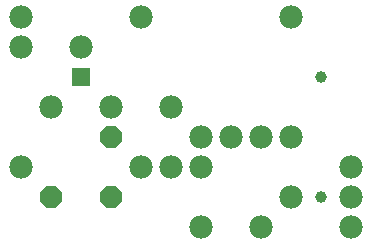
<source format=gbs>
G75*
%MOIN*%
%OFA0B0*%
%FSLAX25Y25*%
%IPPOS*%
%LPD*%
%AMOC8*
5,1,8,0,0,1.08239X$1,22.5*
%
%ADD10OC8,0.07296*%
%ADD11C,0.07800*%
%ADD12R,0.06343X0.06343*%
%ADD13C,0.03900*%
D10*
X0021000Y0021000D03*
X0041000Y0021000D03*
X0041000Y0041000D03*
D11*
X0041000Y0051000D03*
X0021000Y0051000D03*
X0011000Y0031000D03*
X0051000Y0031000D03*
X0061000Y0031000D03*
X0071000Y0031000D03*
X0071000Y0041000D03*
X0081000Y0041000D03*
X0091000Y0041000D03*
X0101000Y0041000D03*
X0121000Y0031000D03*
X0121000Y0021000D03*
X0121000Y0011000D03*
X0101000Y0021000D03*
X0091000Y0011000D03*
X0071000Y0011000D03*
X0061000Y0051000D03*
X0031000Y0071000D03*
X0051000Y0081000D03*
X0011000Y0081000D03*
X0011000Y0071000D03*
X0101000Y0081000D03*
D12*
X0031000Y0061000D03*
D13*
X0111000Y0061000D03*
X0111000Y0021000D03*
M02*

</source>
